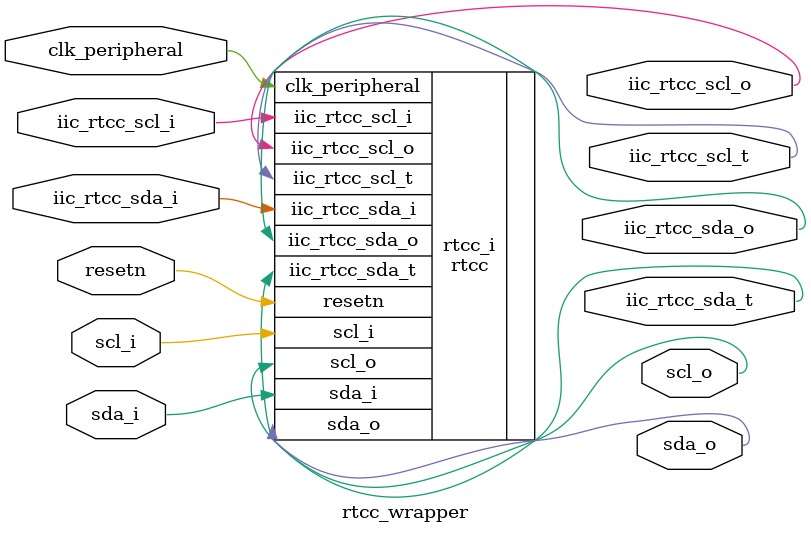
<source format=v>
`timescale 1 ps / 1 ps

module rtcc_wrapper
   (clk_peripheral,
    iic_rtcc_scl_i,
    iic_rtcc_scl_o,
    iic_rtcc_scl_t,
    iic_rtcc_sda_i,
    iic_rtcc_sda_o,
    iic_rtcc_sda_t,
    resetn,
    scl_i,
    scl_o,
    sda_i,
    sda_o);
  input clk_peripheral;
  input iic_rtcc_scl_i;
  output iic_rtcc_scl_o;
  output iic_rtcc_scl_t;
  input iic_rtcc_sda_i;
  output iic_rtcc_sda_o;
  output iic_rtcc_sda_t;
  input resetn;
  input scl_i;
  output scl_o;
  input sda_i;
  output sda_o;

  wire clk_peripheral;
  wire iic_rtcc_scl_i;
  wire iic_rtcc_scl_o;
  wire iic_rtcc_scl_t;
  wire iic_rtcc_sda_i;
  wire iic_rtcc_sda_o;
  wire iic_rtcc_sda_t;
  wire resetn;
  wire scl_i;
  wire scl_o;
  wire sda_i;
  wire sda_o;

  rtcc rtcc_i
       (.clk_peripheral(clk_peripheral),
        .iic_rtcc_scl_i(iic_rtcc_scl_i),
        .iic_rtcc_scl_o(iic_rtcc_scl_o),
        .iic_rtcc_scl_t(iic_rtcc_scl_t),
        .iic_rtcc_sda_i(iic_rtcc_sda_i),
        .iic_rtcc_sda_o(iic_rtcc_sda_o),
        .iic_rtcc_sda_t(iic_rtcc_sda_t),
        .resetn(resetn),
        .scl_i(scl_i),
        .scl_o(scl_o),
        .sda_i(sda_i),
        .sda_o(sda_o));
endmodule

</source>
